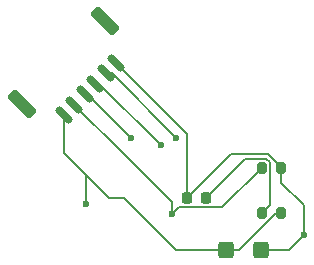
<source format=gbr>
%TF.GenerationSoftware,KiCad,Pcbnew,9.0.6*%
%TF.CreationDate,2026-01-10T16:59:14-06:00*%
%TF.ProjectId,hall_effect_breakout,68616c6c-5f65-4666-9665-63745f627265,rev?*%
%TF.SameCoordinates,Original*%
%TF.FileFunction,Copper,L1,Top*%
%TF.FilePolarity,Positive*%
%FSLAX46Y46*%
G04 Gerber Fmt 4.6, Leading zero omitted, Abs format (unit mm)*
G04 Created by KiCad (PCBNEW 9.0.6) date 2026-01-10 16:59:14*
%MOMM*%
%LPD*%
G01*
G04 APERTURE LIST*
G04 Aperture macros list*
%AMRoundRect*
0 Rectangle with rounded corners*
0 $1 Rounding radius*
0 $2 $3 $4 $5 $6 $7 $8 $9 X,Y pos of 4 corners*
0 Add a 4 corners polygon primitive as box body*
4,1,4,$2,$3,$4,$5,$6,$7,$8,$9,$2,$3,0*
0 Add four circle primitives for the rounded corners*
1,1,$1+$1,$2,$3*
1,1,$1+$1,$4,$5*
1,1,$1+$1,$6,$7*
1,1,$1+$1,$8,$9*
0 Add four rect primitives between the rounded corners*
20,1,$1+$1,$2,$3,$4,$5,0*
20,1,$1+$1,$4,$5,$6,$7,0*
20,1,$1+$1,$6,$7,$8,$9,0*
20,1,$1+$1,$8,$9,$2,$3,0*%
G04 Aperture macros list end*
%TA.AperFunction,SMDPad,CuDef*%
%ADD10RoundRect,0.250000X-0.601041X0.954594X-0.954594X0.601041X0.601041X-0.954594X0.954594X-0.601041X0*%
%TD*%
%TA.AperFunction,SMDPad,CuDef*%
%ADD11RoundRect,0.150000X-0.388909X0.601041X-0.601041X0.388909X0.388909X-0.601041X0.601041X-0.388909X0*%
%TD*%
%TA.AperFunction,SMDPad,CuDef*%
%ADD12RoundRect,0.250000X-0.400000X-0.450000X0.400000X-0.450000X0.400000X0.450000X-0.400000X0.450000X0*%
%TD*%
%TA.AperFunction,SMDPad,CuDef*%
%ADD13RoundRect,0.200000X-0.200000X-0.275000X0.200000X-0.275000X0.200000X0.275000X-0.200000X0.275000X0*%
%TD*%
%TA.AperFunction,SMDPad,CuDef*%
%ADD14RoundRect,0.218750X-0.218750X-0.256250X0.218750X-0.256250X0.218750X0.256250X-0.218750X0.256250X0*%
%TD*%
%TA.AperFunction,ViaPad*%
%ADD15C,0.600000*%
%TD*%
%TA.AperFunction,Conductor*%
%ADD16C,0.200000*%
%TD*%
G04 APERTURE END LIST*
D10*
%TO.P,J3,MP*%
%TO.N,N/C*%
X87259650Y-93634862D03*
X94295362Y-86599150D03*
D11*
%TO.P,J3,6,Pin_6*%
%TO.N,+5V*%
X90830539Y-94589456D03*
%TO.P,J3,5,Pin_5*%
%TO.N,/Temp*%
X91714422Y-93705573D03*
%TO.P,J3,4,Pin_4*%
%TO.N,/H1{slash}SCK*%
X92598306Y-92821689D03*
%TO.P,J3,3,Pin_3*%
%TO.N,/H2{slash}MISO*%
X93482189Y-91937806D03*
%TO.P,J3,2,Pin_2*%
%TO.N,/H3{slash}CS*%
X94366073Y-91053922D03*
%TO.P,J3,1,Pin_1*%
%TO.N,GND*%
X95249956Y-90170039D03*
%TD*%
D12*
%TO.P,D2,1,A1*%
%TO.N,+5V*%
X104595000Y-106045000D03*
%TO.P,D2,2,A2*%
%TO.N,GND*%
X107495000Y-106045000D03*
%TD*%
D13*
%TO.P,TH1,1*%
%TO.N,/Temp*%
X107570000Y-99060000D03*
%TO.P,TH1,2*%
%TO.N,GND*%
X109220000Y-99060000D03*
%TD*%
%TO.P,R1,2*%
%TO.N,+5V*%
X109220000Y-102870000D03*
%TO.P,R1,1*%
%TO.N,Net-(D1-A)*%
X107570000Y-102870000D03*
%TD*%
D14*
%TO.P,D1,1,K*%
%TO.N,GND*%
X101295000Y-101600000D03*
%TO.P,D1,2,A*%
%TO.N,Net-(D1-A)*%
X102870000Y-101600000D03*
%TD*%
D15*
%TO.N,GND*%
X111125000Y-104775000D03*
%TO.N,/H1{slash}SCK*%
X96520000Y-96520000D03*
%TO.N,+5V*%
X92710000Y-102094000D03*
%TO.N,/Temp*%
X99975000Y-102965000D03*
%TO.N,/H2{slash}MISO*%
X99060000Y-97155000D03*
%TO.N,/H3{slash}CS*%
X100330000Y-96520000D03*
%TD*%
D16*
%TO.N,Net-(D1-A)*%
X106186000Y-98284000D02*
X102870000Y-101600000D01*
X107983000Y-98284000D02*
X106186000Y-98284000D01*
X108271000Y-98571900D02*
X107983000Y-98284000D01*
X108271000Y-102169000D02*
X108271000Y-98571900D01*
X107570000Y-102870000D02*
X108271000Y-102169000D01*
%TO.N,GND*%
X109855000Y-106045000D02*
X111125000Y-104775000D01*
X107495000Y-106045000D02*
X109855000Y-106045000D01*
X109220000Y-98953800D02*
X109220000Y-100330000D01*
X108149000Y-97883000D02*
X109220000Y-98953800D01*
X105012000Y-97883000D02*
X108149000Y-97883000D01*
X101295000Y-101600000D02*
X105012000Y-97883000D01*
X109220000Y-100330000D02*
X109220000Y-99060000D01*
X111125000Y-102235000D02*
X109220000Y-100330000D01*
X111125000Y-104775000D02*
X111125000Y-102235000D01*
X101295000Y-96215000D02*
X101295000Y-101600000D01*
X95250000Y-90170000D02*
X101295000Y-96215000D01*
%TO.N,/H1{slash}SCK*%
X92766300Y-92821700D02*
X92766300Y-92821600D01*
X92598300Y-92821700D02*
X92766300Y-92821700D01*
X92821600Y-92821600D02*
X92766300Y-92821600D01*
X96520000Y-96520000D02*
X92821600Y-92821600D01*
X92766300Y-92821600D02*
X92598400Y-92821600D01*
%TO.N,+5V*%
X94615000Y-101600000D02*
X92710000Y-99695000D01*
X95885000Y-101600000D02*
X94615000Y-101600000D01*
X100330000Y-106045000D02*
X95885000Y-101600000D01*
X104595000Y-106045000D02*
X100330000Y-106045000D01*
X105645000Y-106045000D02*
X104595000Y-106045000D01*
X108820000Y-102870000D02*
X105645000Y-106045000D01*
X109220000Y-102870000D02*
X108820000Y-102870000D01*
X92710000Y-102094000D02*
X92710000Y-99695000D01*
X90830500Y-96202400D02*
X90830500Y-94589500D01*
X90830600Y-96202500D02*
X90830500Y-96202400D01*
X90830600Y-97815600D02*
X90830600Y-96202500D01*
X92710000Y-99695000D02*
X90830600Y-97815600D01*
X90830600Y-96202500D02*
X90830600Y-94589400D01*
%TO.N,/Temp*%
X104254000Y-102376000D02*
X107570000Y-99060000D01*
X100564000Y-102376000D02*
X104254000Y-102376000D01*
X99975000Y-102965000D02*
X100564000Y-102376000D01*
X95844700Y-97835700D02*
X91714500Y-93705500D01*
X95844500Y-97835700D02*
X91714400Y-93705600D01*
X95844700Y-97835700D02*
X95844500Y-97835700D01*
X99975000Y-101966000D02*
X95844700Y-97835700D01*
X99975000Y-102965000D02*
X99975000Y-101966000D01*
%TO.N,/H2{slash}MISO*%
X93842800Y-91937800D02*
X99060000Y-97155000D01*
X93482200Y-91937800D02*
X93842800Y-91937800D01*
%TO.N,/H3{slash}CS*%
X94863900Y-91053900D02*
X100330000Y-96520000D01*
X94366100Y-91053900D02*
X94863900Y-91053900D01*
%TD*%
M02*

</source>
